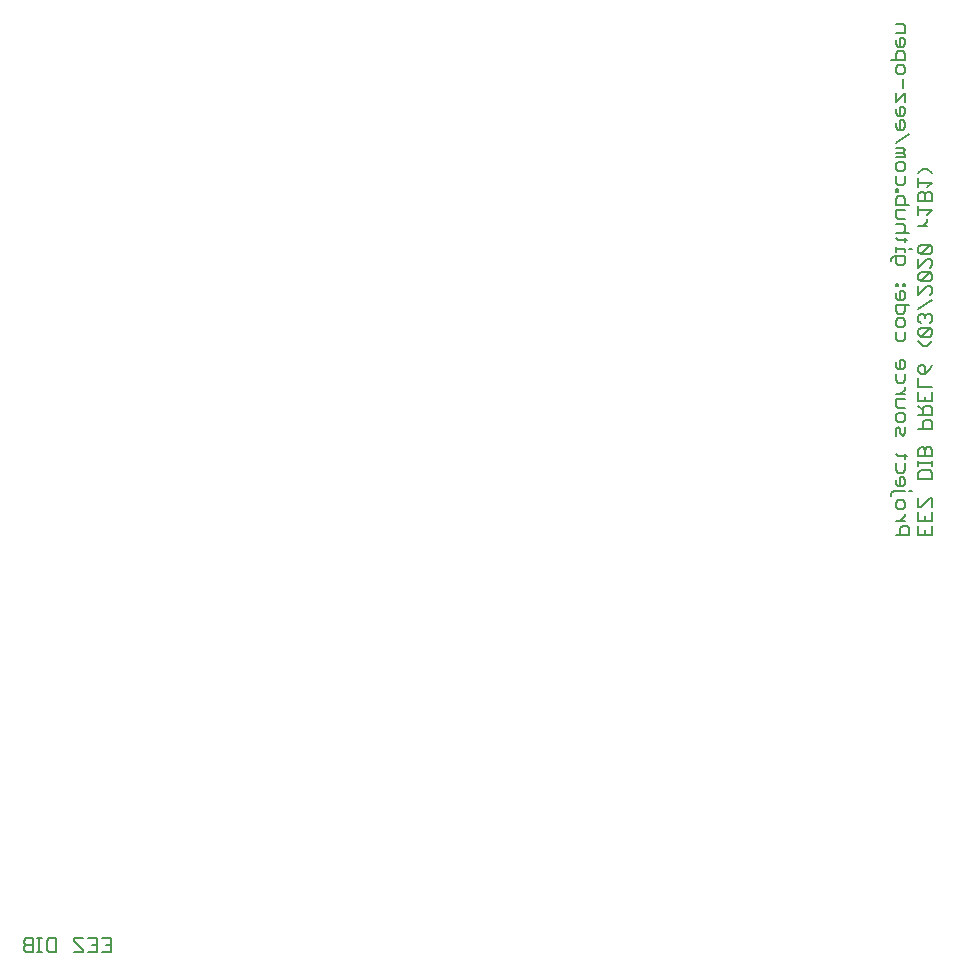
<source format=gbo>
G75*
%MOIN*%
%OFA0B0*%
%FSLAX25Y25*%
%IPPOS*%
%LPD*%
%AMOC8*
5,1,8,0,0,1.08239X$1,22.5*
%
%ADD10C,0.00500*%
D10*
X0359846Y0120520D02*
X0360597Y0119770D01*
X0362849Y0119770D01*
X0362849Y0124274D01*
X0360597Y0124274D01*
X0359846Y0123523D01*
X0359846Y0122772D01*
X0360597Y0122022D01*
X0362849Y0122022D01*
X0360597Y0122022D02*
X0359846Y0121271D01*
X0359846Y0120520D01*
X0364417Y0119770D02*
X0365918Y0119770D01*
X0365167Y0119770D02*
X0365167Y0124274D01*
X0364417Y0124274D02*
X0365918Y0124274D01*
X0367519Y0123523D02*
X0368270Y0124274D01*
X0370522Y0124274D01*
X0370522Y0119770D01*
X0368270Y0119770D01*
X0367519Y0120520D01*
X0367519Y0123523D01*
X0376727Y0123523D02*
X0379730Y0120520D01*
X0379730Y0119770D01*
X0376727Y0119770D01*
X0376727Y0123523D02*
X0376727Y0124274D01*
X0379730Y0124274D01*
X0381331Y0124274D02*
X0384334Y0124274D01*
X0384334Y0119770D01*
X0381331Y0119770D01*
X0382832Y0122022D02*
X0384334Y0122022D01*
X0385935Y0124274D02*
X0388938Y0124274D01*
X0388938Y0119770D01*
X0385935Y0119770D01*
X0387436Y0122022D02*
X0388938Y0122022D01*
X0649171Y0271930D02*
X0649171Y0272681D01*
X0649921Y0273432D01*
X0653674Y0273432D01*
X0655176Y0273432D02*
X0655926Y0273432D01*
X0653674Y0275750D02*
X0653674Y0277251D01*
X0652924Y0278002D01*
X0652173Y0278002D01*
X0652173Y0275000D01*
X0651423Y0275000D02*
X0652924Y0275000D01*
X0653674Y0275750D01*
X0651423Y0275000D02*
X0650672Y0275750D01*
X0650672Y0277251D01*
X0651423Y0279603D02*
X0650672Y0280354D01*
X0650672Y0282606D01*
X0651423Y0284958D02*
X0650672Y0285709D01*
X0651423Y0284958D02*
X0654425Y0284958D01*
X0653674Y0284207D02*
X0653674Y0285709D01*
X0653674Y0282606D02*
X0653674Y0280354D01*
X0652924Y0279603D01*
X0651423Y0279603D01*
X0658172Y0279553D02*
X0658172Y0277302D01*
X0662676Y0277302D01*
X0662676Y0279553D01*
X0661925Y0280304D01*
X0658923Y0280304D01*
X0658172Y0279553D01*
X0658172Y0281905D02*
X0658172Y0283407D01*
X0658172Y0282656D02*
X0662676Y0282656D01*
X0662676Y0281905D02*
X0662676Y0283407D01*
X0662676Y0284975D02*
X0662676Y0287227D01*
X0661925Y0287977D01*
X0661174Y0287977D01*
X0660424Y0287227D01*
X0660424Y0284975D01*
X0660424Y0287227D02*
X0659673Y0287977D01*
X0658923Y0287977D01*
X0658172Y0287227D01*
X0658172Y0284975D01*
X0662676Y0284975D01*
X0653674Y0292631D02*
X0652924Y0291881D01*
X0652173Y0292631D01*
X0652173Y0294133D01*
X0651423Y0294883D01*
X0650672Y0294133D01*
X0650672Y0291881D01*
X0653674Y0292631D02*
X0653674Y0294883D01*
X0652924Y0296485D02*
X0651423Y0296485D01*
X0650672Y0297235D01*
X0650672Y0298736D01*
X0651423Y0299487D01*
X0652924Y0299487D01*
X0653674Y0298736D01*
X0653674Y0297235D01*
X0652924Y0296485D01*
X0653674Y0301088D02*
X0651423Y0301088D01*
X0650672Y0301839D01*
X0650672Y0304091D01*
X0653674Y0304091D01*
X0653674Y0305692D02*
X0650672Y0305692D01*
X0652173Y0305692D02*
X0653674Y0307194D01*
X0653674Y0307944D01*
X0652924Y0309529D02*
X0651423Y0309529D01*
X0650672Y0310280D01*
X0650672Y0312532D01*
X0651423Y0314133D02*
X0652924Y0314133D01*
X0653674Y0314884D01*
X0653674Y0316385D01*
X0652924Y0317135D01*
X0652173Y0317135D01*
X0652173Y0314133D01*
X0651423Y0314133D02*
X0650672Y0314884D01*
X0650672Y0316385D01*
X0653674Y0312532D02*
X0653674Y0310280D01*
X0652924Y0309529D01*
X0658172Y0310997D02*
X0658172Y0307994D01*
X0662676Y0307994D01*
X0662676Y0306393D02*
X0662676Y0303390D01*
X0658172Y0303390D01*
X0658172Y0306393D01*
X0660424Y0304892D02*
X0660424Y0303390D01*
X0660424Y0301789D02*
X0659673Y0301038D01*
X0659673Y0298787D01*
X0659673Y0300288D02*
X0658172Y0301789D01*
X0660424Y0301789D02*
X0661925Y0301789D01*
X0662676Y0301038D01*
X0662676Y0298787D01*
X0658172Y0298787D01*
X0660424Y0297185D02*
X0659673Y0296434D01*
X0659673Y0294183D01*
X0658172Y0294183D02*
X0662676Y0294183D01*
X0662676Y0296434D01*
X0661925Y0297185D01*
X0660424Y0297185D01*
X0660424Y0312598D02*
X0660424Y0314850D01*
X0659673Y0315601D01*
X0658923Y0315601D01*
X0658172Y0314850D01*
X0658172Y0313349D01*
X0658923Y0312598D01*
X0660424Y0312598D01*
X0661925Y0314100D01*
X0662676Y0315601D01*
X0661174Y0321806D02*
X0662676Y0323307D01*
X0661925Y0324875D02*
X0662676Y0325626D01*
X0662676Y0327127D01*
X0661925Y0327878D01*
X0658923Y0324875D01*
X0658172Y0325626D01*
X0658172Y0327127D01*
X0658923Y0327878D01*
X0661925Y0327878D01*
X0661925Y0329479D02*
X0662676Y0330230D01*
X0662676Y0331731D01*
X0661925Y0332482D01*
X0661174Y0332482D01*
X0660424Y0331731D01*
X0659673Y0332482D01*
X0658923Y0332482D01*
X0658172Y0331731D01*
X0658172Y0330230D01*
X0658923Y0329479D01*
X0660424Y0330981D02*
X0660424Y0331731D01*
X0658172Y0334083D02*
X0662676Y0337086D01*
X0661925Y0338687D02*
X0662676Y0339438D01*
X0662676Y0340939D01*
X0661925Y0341690D01*
X0661174Y0341690D01*
X0658172Y0338687D01*
X0658172Y0341690D01*
X0658923Y0343291D02*
X0661925Y0346294D01*
X0658923Y0346294D01*
X0658172Y0345543D01*
X0658172Y0344042D01*
X0658923Y0343291D01*
X0661925Y0343291D01*
X0662676Y0344042D01*
X0662676Y0345543D01*
X0661925Y0346294D01*
X0661925Y0347895D02*
X0662676Y0348646D01*
X0662676Y0350147D01*
X0661925Y0350898D01*
X0661174Y0350898D01*
X0658172Y0347895D01*
X0658172Y0350898D01*
X0658923Y0352499D02*
X0661925Y0355502D01*
X0658923Y0355502D01*
X0658172Y0354751D01*
X0658172Y0353250D01*
X0658923Y0352499D01*
X0661925Y0352499D01*
X0662676Y0353250D01*
X0662676Y0354751D01*
X0661925Y0355502D01*
X0655926Y0354017D02*
X0655176Y0354017D01*
X0653674Y0354017D02*
X0650672Y0354017D01*
X0650672Y0353266D02*
X0650672Y0354768D01*
X0651423Y0357086D02*
X0650672Y0357837D01*
X0651423Y0357086D02*
X0654425Y0357086D01*
X0653674Y0356336D02*
X0653674Y0357837D01*
X0652924Y0359405D02*
X0653674Y0360155D01*
X0653674Y0361657D01*
X0652924Y0362407D01*
X0650672Y0362407D01*
X0651423Y0364009D02*
X0650672Y0364759D01*
X0650672Y0367011D01*
X0653674Y0367011D01*
X0653674Y0368613D02*
X0653674Y0370865D01*
X0652924Y0371615D01*
X0651423Y0371615D01*
X0650672Y0370865D01*
X0650672Y0368613D01*
X0655176Y0368613D01*
X0658172Y0368546D02*
X0658172Y0365543D01*
X0658172Y0367045D02*
X0662676Y0367045D01*
X0661174Y0365543D01*
X0661174Y0363959D02*
X0661174Y0363208D01*
X0659673Y0361707D01*
X0658172Y0361707D02*
X0661174Y0361707D01*
X0655176Y0359405D02*
X0650672Y0359405D01*
X0651423Y0364009D02*
X0653674Y0364009D01*
X0658172Y0370147D02*
X0658172Y0372399D01*
X0658923Y0373150D01*
X0659673Y0373150D01*
X0660424Y0372399D01*
X0660424Y0370147D01*
X0662676Y0370147D02*
X0662676Y0372399D01*
X0661925Y0373150D01*
X0661174Y0373150D01*
X0660424Y0372399D01*
X0661174Y0374751D02*
X0662676Y0376253D01*
X0658172Y0376253D01*
X0658172Y0377754D02*
X0658172Y0374751D01*
X0658172Y0370147D02*
X0662676Y0370147D01*
X0653674Y0376269D02*
X0652924Y0375519D01*
X0651423Y0375519D01*
X0650672Y0376269D01*
X0650672Y0378521D01*
X0651423Y0380122D02*
X0650672Y0380873D01*
X0650672Y0382374D01*
X0651423Y0383125D01*
X0652924Y0383125D01*
X0653674Y0382374D01*
X0653674Y0380873D01*
X0652924Y0380122D01*
X0651423Y0380122D01*
X0653674Y0378521D02*
X0653674Y0376269D01*
X0651423Y0373967D02*
X0650672Y0373967D01*
X0650672Y0373217D01*
X0651423Y0373217D01*
X0651423Y0373967D01*
X0658172Y0379355D02*
X0659673Y0380856D01*
X0661174Y0380856D01*
X0662676Y0379355D01*
X0653674Y0384726D02*
X0653674Y0385477D01*
X0652924Y0386228D01*
X0653674Y0386978D01*
X0652924Y0387729D01*
X0650672Y0387729D01*
X0650672Y0386228D02*
X0652924Y0386228D01*
X0653674Y0384726D02*
X0650672Y0384726D01*
X0650672Y0389330D02*
X0655176Y0392333D01*
X0652924Y0393934D02*
X0653674Y0394685D01*
X0653674Y0396186D01*
X0652924Y0396937D01*
X0652173Y0396937D01*
X0652173Y0393934D01*
X0651423Y0393934D02*
X0652924Y0393934D01*
X0651423Y0393934D02*
X0650672Y0394685D01*
X0650672Y0396186D01*
X0651423Y0398538D02*
X0652924Y0398538D01*
X0653674Y0399289D01*
X0653674Y0400790D01*
X0652924Y0401541D01*
X0652173Y0401541D01*
X0652173Y0398538D01*
X0651423Y0398538D02*
X0650672Y0399289D01*
X0650672Y0400790D01*
X0650672Y0403142D02*
X0650672Y0406145D01*
X0652924Y0407746D02*
X0652924Y0410749D01*
X0652924Y0412350D02*
X0651423Y0412350D01*
X0650672Y0413101D01*
X0650672Y0414602D01*
X0651423Y0415353D01*
X0652924Y0415353D01*
X0653674Y0414602D01*
X0653674Y0413101D01*
X0652924Y0412350D01*
X0653674Y0416954D02*
X0649171Y0416954D01*
X0650672Y0416954D02*
X0650672Y0419206D01*
X0651423Y0419956D01*
X0652924Y0419956D01*
X0653674Y0419206D01*
X0653674Y0416954D01*
X0652924Y0421558D02*
X0653674Y0422308D01*
X0653674Y0423810D01*
X0652924Y0424560D01*
X0652173Y0424560D01*
X0652173Y0421558D01*
X0651423Y0421558D02*
X0652924Y0421558D01*
X0651423Y0421558D02*
X0650672Y0422308D01*
X0650672Y0423810D01*
X0650672Y0426162D02*
X0653674Y0426162D01*
X0653674Y0428414D01*
X0652924Y0429164D01*
X0650672Y0429164D01*
X0653674Y0406145D02*
X0650672Y0403142D01*
X0653674Y0403142D02*
X0653674Y0406145D01*
X0653674Y0354017D02*
X0653674Y0353266D01*
X0653674Y0351665D02*
X0653674Y0349413D01*
X0652924Y0348662D01*
X0651423Y0348662D01*
X0650672Y0349413D01*
X0650672Y0351665D01*
X0649921Y0351665D02*
X0653674Y0351665D01*
X0649921Y0351665D02*
X0649171Y0350914D01*
X0649171Y0350164D01*
X0650672Y0342507D02*
X0650672Y0341756D01*
X0651423Y0341756D01*
X0651423Y0342507D01*
X0650672Y0342507D01*
X0652924Y0342507D02*
X0652924Y0341756D01*
X0653674Y0341756D01*
X0653674Y0342507D01*
X0652924Y0342507D01*
X0652924Y0340155D02*
X0652173Y0340155D01*
X0652173Y0337153D01*
X0651423Y0337153D02*
X0652924Y0337153D01*
X0653674Y0337903D01*
X0653674Y0339404D01*
X0652924Y0340155D01*
X0650672Y0339404D02*
X0650672Y0337903D01*
X0651423Y0337153D01*
X0650672Y0335551D02*
X0650672Y0333299D01*
X0651423Y0332549D01*
X0652924Y0332549D01*
X0653674Y0333299D01*
X0653674Y0335551D01*
X0655176Y0335551D02*
X0650672Y0335551D01*
X0651423Y0330947D02*
X0652924Y0330947D01*
X0653674Y0330197D01*
X0653674Y0328695D01*
X0652924Y0327945D01*
X0651423Y0327945D01*
X0650672Y0328695D01*
X0650672Y0330197D01*
X0651423Y0330947D01*
X0650672Y0326343D02*
X0650672Y0324091D01*
X0651423Y0323341D01*
X0652924Y0323341D01*
X0653674Y0324091D01*
X0653674Y0326343D01*
X0658172Y0323307D02*
X0659673Y0321806D01*
X0661174Y0321806D01*
X0661925Y0324875D02*
X0658923Y0324875D01*
X0658172Y0271096D02*
X0658172Y0268094D01*
X0658923Y0268094D01*
X0661925Y0271096D01*
X0662676Y0271096D01*
X0662676Y0268094D01*
X0662676Y0266492D02*
X0662676Y0263490D01*
X0658172Y0263490D01*
X0658172Y0266492D01*
X0660424Y0264991D02*
X0660424Y0263490D01*
X0662676Y0261888D02*
X0662676Y0258886D01*
X0658172Y0258886D01*
X0658172Y0261888D01*
X0660424Y0260387D02*
X0660424Y0258886D01*
X0655176Y0258886D02*
X0655176Y0261138D01*
X0654425Y0261888D01*
X0652924Y0261888D01*
X0652173Y0261138D01*
X0652173Y0258886D01*
X0650672Y0258886D02*
X0655176Y0258886D01*
X0653674Y0263490D02*
X0650672Y0263490D01*
X0652173Y0263490D02*
X0653674Y0264991D01*
X0653674Y0265742D01*
X0652924Y0267326D02*
X0651423Y0267326D01*
X0650672Y0268077D01*
X0650672Y0269578D01*
X0651423Y0270329D01*
X0652924Y0270329D01*
X0653674Y0269578D01*
X0653674Y0268077D01*
X0652924Y0267326D01*
M02*

</source>
